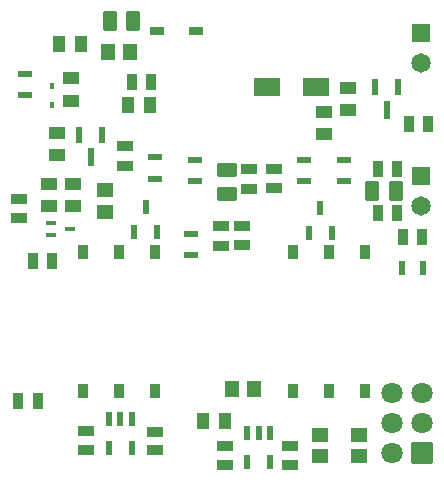
<source format=gbr>
%TF.GenerationSoftware,KiCad,Pcbnew,8.0.2*%
%TF.CreationDate,2024-06-14T21:27:27+05:30*%
%TF.ProjectId,gate driver circuit design,67617465-2064-4726-9976-657220636972,rev?*%
%TF.SameCoordinates,Original*%
%TF.FileFunction,Soldermask,Top*%
%TF.FilePolarity,Negative*%
%FSLAX46Y46*%
G04 Gerber Fmt 4.6, Leading zero omitted, Abs format (unit mm)*
G04 Created by KiCad (PCBNEW 8.0.2) date 2024-06-14 21:27:27*
%MOMM*%
%LPD*%
G01*
G04 APERTURE LIST*
G04 Aperture macros list*
%AMRoundRect*
0 Rectangle with rounded corners*
0 $1 Rounding radius*
0 $2 $3 $4 $5 $6 $7 $8 $9 X,Y pos of 4 corners*
0 Add a 4 corners polygon primitive as box body*
4,1,4,$2,$3,$4,$5,$6,$7,$8,$9,$2,$3,0*
0 Add four circle primitives for the rounded corners*
1,1,$1+$1,$2,$3*
1,1,$1+$1,$4,$5*
1,1,$1+$1,$6,$7*
1,1,$1+$1,$8,$9*
0 Add four rect primitives between the rounded corners*
20,1,$1+$1,$2,$3,$4,$5,0*
20,1,$1+$1,$4,$5,$6,$7,0*
20,1,$1+$1,$6,$7,$8,$9,0*
20,1,$1+$1,$8,$9,$2,$3,0*%
G04 Aperture macros list end*
%ADD10R,0.600000X1.250000*%
%ADD11R,1.250000X0.750000*%
%ADD12R,1.250000X0.600000*%
%ADD13R,1.390000X0.960000*%
%ADD14R,1.450000X1.150000*%
%ADD15R,0.960000X1.390000*%
%ADD16R,1.450000X1.000000*%
%ADD17R,1.650000X1.650000*%
%ADD18C,1.650000*%
%ADD19R,0.812800X1.295400*%
%ADD20R,0.600000X1.200000*%
%ADD21R,0.420000X0.540000*%
%ADD22RoundRect,0.076200X0.825000X-0.825000X0.825000X0.825000X-0.825000X0.825000X-0.825000X-0.825000X0*%
%ADD23C,1.802400*%
%ADD24R,1.397000X1.016000*%
%ADD25RoundRect,0.102000X0.460000X0.710000X-0.460000X0.710000X-0.460000X-0.710000X0.460000X-0.710000X0*%
%ADD26R,0.508000X1.219200*%
%ADD27RoundRect,0.102000X-0.710000X0.460000X-0.710000X-0.460000X0.710000X-0.460000X0.710000X0.460000X0*%
%ADD28R,0.900000X0.400000*%
%ADD29R,1.150000X1.450000*%
%ADD30R,1.000000X1.450000*%
%ADD31R,0.558800X1.320800*%
%ADD32R,0.558800X1.587500*%
%ADD33R,2.200000X1.550000*%
G04 APERTURE END LIST*
D10*
%TO.C,C16*%
X111087000Y-67717000D03*
X112887000Y-67717000D03*
%TD*%
D11*
%TO.C,D9*%
X93651736Y-47668000D03*
X90351736Y-47668000D03*
%TD*%
D12*
%TO.C,C7*%
X79142736Y-53075000D03*
X79142736Y-51275000D03*
%TD*%
%TO.C,C13*%
X90194000Y-58370000D03*
X90194000Y-60170000D03*
%TD*%
D13*
%TO.C,C11*%
X84355000Y-83176000D03*
X84355000Y-81556000D03*
%TD*%
D14*
%TO.C,C42*%
X107483000Y-83671000D03*
X107483000Y-81871000D03*
%TD*%
D15*
%TO.C,C21*%
X109099000Y-63094000D03*
X110679000Y-63094000D03*
%TD*%
D16*
%TO.C,R22*%
X83236000Y-60587000D03*
X83236000Y-62487000D03*
%TD*%
D17*
%TO.C,J103*%
X112691000Y-59982000D03*
D18*
X112691000Y-62522000D03*
%TD*%
D16*
%TO.C,R17*%
X83045736Y-53587000D03*
X83045736Y-51687000D03*
%TD*%
D14*
%TO.C,C41*%
X104164000Y-83659000D03*
X104164000Y-81859000D03*
%TD*%
D19*
%TO.C,T1*%
X101862001Y-78130700D03*
X104912000Y-78130700D03*
X107961999Y-78130700D03*
X107961999Y-66421300D03*
X104912000Y-66421300D03*
X101862001Y-66421300D03*
%TD*%
D13*
%TO.C,C2*%
X96084000Y-82803000D03*
X96084000Y-84383000D03*
%TD*%
D12*
%TO.C,C5*%
X106169000Y-60385000D03*
X106169000Y-58585000D03*
%TD*%
D20*
%TO.C,U1*%
X99895000Y-81668000D03*
X98945000Y-81668000D03*
X97995000Y-81668000D03*
X97995000Y-84168000D03*
X99895000Y-84168000D03*
%TD*%
D15*
%TO.C,C1*%
X110649000Y-59347000D03*
X109029000Y-59347000D03*
%TD*%
D21*
%TO.C,D7*%
X81417736Y-52306000D03*
X81417736Y-53906000D03*
%TD*%
D22*
%TO.C,J101*%
X112783000Y-83379000D03*
D23*
X110243000Y-83379000D03*
X112783000Y-80839000D03*
X110243000Y-80839000D03*
X112783000Y-78299000D03*
X110243000Y-78299000D03*
%TD*%
D24*
%TO.C,R6*%
X81850000Y-58158800D03*
X81850000Y-56279200D03*
%TD*%
D12*
%TO.C,C4*%
X102797000Y-60360000D03*
X102797000Y-58560000D03*
%TD*%
D13*
%TO.C,C9*%
X98111000Y-59385000D03*
X98111000Y-61005000D03*
%TD*%
D25*
%TO.C,R29*%
X88340736Y-46825000D03*
X86340736Y-46825000D03*
%TD*%
D20*
%TO.C,U4*%
X88201000Y-80480000D03*
X87251000Y-80480000D03*
X86301000Y-80480000D03*
X86301000Y-82980000D03*
X88201000Y-82980000D03*
%TD*%
D15*
%TO.C,C15*%
X88192000Y-52014000D03*
X89812000Y-52014000D03*
%TD*%
%TO.C,C32*%
X78617000Y-78980000D03*
X80237000Y-78980000D03*
%TD*%
D16*
%TO.C,R2*%
X106501000Y-54382000D03*
X106501000Y-52482000D03*
%TD*%
D12*
%TO.C,C28*%
X93187000Y-64869000D03*
X93187000Y-66669000D03*
%TD*%
D26*
%TO.C,D2*%
X88387999Y-64651300D03*
X90388001Y-64651300D03*
X89388000Y-62568500D03*
%TD*%
%TO.C,D1*%
X103183998Y-64747000D03*
X105184000Y-64747000D03*
X104183999Y-62664200D03*
%TD*%
D15*
%TO.C,C8*%
X111667000Y-55537000D03*
X113287000Y-55537000D03*
%TD*%
D13*
%TO.C,C29*%
X95769000Y-64212000D03*
X95769000Y-65832000D03*
%TD*%
D24*
%TO.C,R3*%
X104505000Y-56372800D03*
X104505000Y-54493200D03*
%TD*%
D27*
%TO.C,R4*%
X96244000Y-59456000D03*
X96244000Y-61456000D03*
%TD*%
D13*
%TO.C,C10*%
X90159000Y-81601000D03*
X90159000Y-83181000D03*
%TD*%
D17*
%TO.C,J102*%
X112705000Y-47812000D03*
D18*
X112705000Y-50352000D03*
%TD*%
D28*
%TO.C,Q2*%
X81387000Y-63913000D03*
X81387000Y-64913000D03*
X82987000Y-64413000D03*
%TD*%
D12*
%TO.C,C12*%
X93553000Y-58569000D03*
X93553000Y-60369000D03*
%TD*%
D15*
%TO.C,C17*%
X111177000Y-65109000D03*
X112797000Y-65109000D03*
%TD*%
D29*
%TO.C,C38*%
X88020000Y-49457000D03*
X86220000Y-49457000D03*
%TD*%
D14*
%TO.C,C36*%
X85915000Y-62957000D03*
X85915000Y-61157000D03*
%TD*%
D13*
%TO.C,C31*%
X97534000Y-64207000D03*
X97534000Y-65787000D03*
%TD*%
D16*
%TO.C,R16*%
X81174000Y-60587000D03*
X81174000Y-62487000D03*
%TD*%
D30*
%TO.C,R9*%
X94220000Y-80718000D03*
X96120000Y-80718000D03*
%TD*%
D13*
%TO.C,C6*%
X100232000Y-59366000D03*
X100232000Y-60986000D03*
%TD*%
D25*
%TO.C,R1*%
X110591000Y-61217000D03*
X108591000Y-61217000D03*
%TD*%
D31*
%TO.C,U5*%
X85668501Y-56437000D03*
X83768499Y-56437000D03*
D32*
X84718500Y-58335650D03*
%TD*%
D29*
%TO.C,C43*%
X96735000Y-78006000D03*
X98535000Y-78006000D03*
%TD*%
D33*
%TO.C,D6*%
X103773000Y-52403000D03*
X99673000Y-52403000D03*
%TD*%
D19*
%TO.C,T2*%
X84082001Y-78130700D03*
X87132000Y-78130700D03*
X90181999Y-78130700D03*
X90181999Y-66421300D03*
X87132000Y-66421300D03*
X84082001Y-66421300D03*
%TD*%
D30*
%TO.C,R5*%
X87868000Y-53921000D03*
X89768000Y-53921000D03*
%TD*%
D13*
%TO.C,C37*%
X78645736Y-61877000D03*
X78645736Y-63497000D03*
%TD*%
D30*
%TO.C,R27*%
X83921000Y-48774000D03*
X82021000Y-48774000D03*
%TD*%
D13*
%TO.C,C14*%
X87612000Y-57444000D03*
X87612000Y-59064000D03*
%TD*%
D15*
%TO.C,C33*%
X81488000Y-67101000D03*
X79868000Y-67101000D03*
%TD*%
D31*
%TO.C,U3*%
X110739000Y-52422000D03*
X108838998Y-52422000D03*
D32*
X109788999Y-54320650D03*
%TD*%
D13*
%TO.C,C3*%
X101631000Y-84402000D03*
X101631000Y-82782000D03*
%TD*%
M02*

</source>
